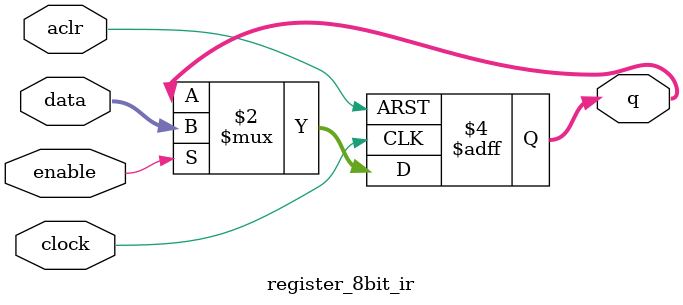
<source format=v>
`timescale 1 ps / 1 ps
module register_8bit (
	aclr,
	clock,
	data,
	enable,
	q);

	input	  aclr;
	input	  clock;
	input	[7:0]  data;
	input	  enable;
	output reg	[7:0]  q;
	
	always @(posedge clock, posedge aclr)
	begin
		if (aclr)
			q <= 8'b0;
		else if (enable)
			q <= data;
	end

endmodule

module register_8bit_ir (
	aclr,
	clock,
	data,
	enable,
	q);

	input	  aclr;
	input	  clock;
	input	[7:0]  data;
	input	  enable;
	output reg	[7:0]  q;
	
	always @(posedge clock, posedge aclr)
	begin
		if (aclr)
			q <= 8'b1010;
		else if (enable)
			q <= data;
	end

endmodule


</source>
